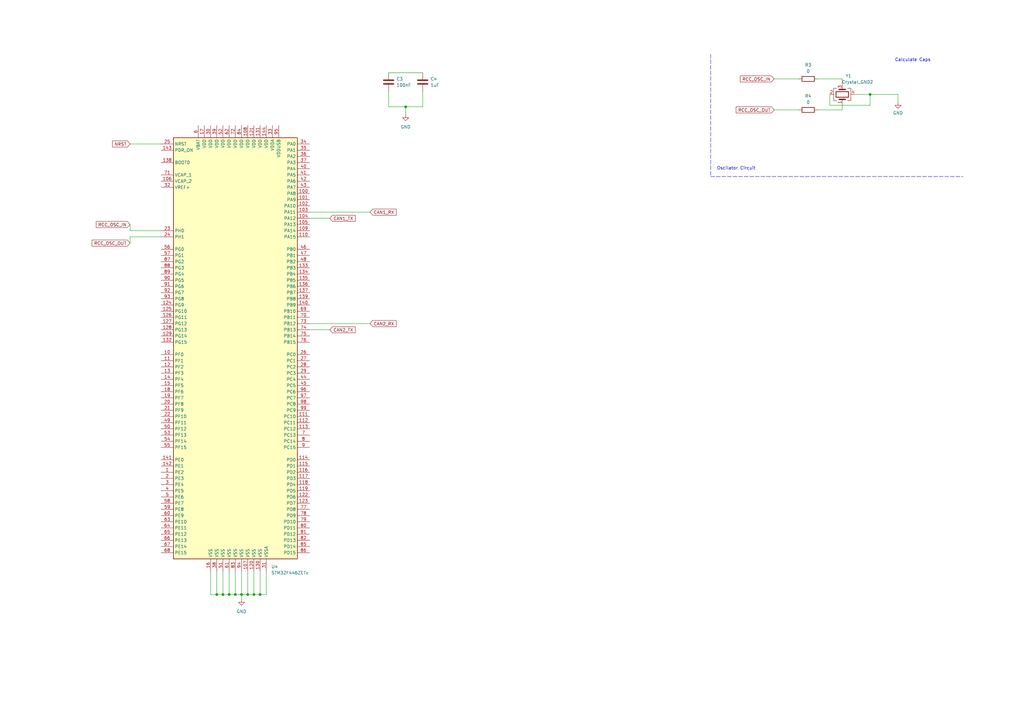
<source format=kicad_sch>
(kicad_sch (version 20211123) (generator eeschema)
  (paper "A3")
  (lib_symbols
    (symbol "Device:C" (pin_numbers hide) (pin_names (offset 0.254))
      (property "Reference" "C" (at 0.635 2.54 0))
      (property "Value" "C" (at 0.635 -2.54 0))
      (symbol "C_0_1"
        (polyline (pts (xy -2.032 -0.762) (xy 2.032 -0.762)) (stroke (width 0.508)))
        (polyline (pts (xy -2.032 0.762) (xy 2.032 0.762)) (stroke (width 0.508)))
      )
      (symbol "C_1_1"
        (pin passive line (at 0 3.81 270) (length 2.794) (name "~") (number "1"))
        (pin passive line (at 0 -3.81 90) (length 2.794) (name "~") (number "2"))
      )
    )
    (symbol "Device:Crystal_GND24" (pin_names (offset 1.016) hide)
      (property "Reference" "Y" (at 3.175 5.08 0))
      (property "Value" "Crystal_GND24" (at 3.175 3.175 0))
      (symbol "Crystal_GND24_0_1"
        (rectangle (start -1.143 2.54) (end 1.143 -2.54) (stroke (width 0.3048)))
        (polyline (pts (xy -2.54 0) (xy -2.032 0)))
        (polyline (pts (xy -2.032 -1.27) (xy -2.032 1.27)) (stroke (width 0.508)))
        (polyline (pts (xy 0 -3.81) (xy 0 -3.556)))
        (polyline (pts (xy 0 3.556) (xy 0 3.81)))
        (polyline (pts (xy 2.032 -1.27) (xy 2.032 1.27)) (stroke (width 0.508)))
        (polyline (pts (xy 2.032 0) (xy 2.54 0)))
        (polyline (pts (xy -2.54 -2.286) (xy -2.54 -3.556) (xy 2.54 -3.556) (xy 2.54 -2.286)))
        (polyline (pts (xy -2.54 2.286) (xy -2.54 3.556) (xy 2.54 3.556) (xy 2.54 2.286)))
      )
      (symbol "Crystal_GND24_1_1"
        (pin passive line (at -3.81 0 0) (length 1.27) (name "1") (number "1"))
        (pin passive line (at 0 5.08 270) (length 1.27) (name "2") (number "2"))
        (pin passive line (at 3.81 0 180) (length 1.27) (name "3") (number "3"))
        (pin passive line (at 0 -5.08 90) (length 1.27) (name "4") (number "4"))
      )
    )
    (symbol "Device:R" (pin_numbers hide) (pin_names (offset 0))
      (property "Reference" "R" (at 2.032 0 90))
      (property "Value" "R" (at 0 0 90))
      (symbol "R_0_1"
        (rectangle (start -1.016 -2.54) (end 1.016 2.54) (stroke (width 0.254)))
      )
      (symbol "R_1_1"
        (pin passive line (at 0 3.81 270) (length 1.27) (name "~") (number "1"))
        (pin passive line (at 0 -3.81 90) (length 1.27) (name "~") (number "2"))
      )
    )
    (symbol "MCU_ST_STM32F4:STM32F446ZETx"
      (property "Reference" "U" (at -25.4 87.63 0))
      (property "Value" "STM32F446ZETx" (at 20.32 87.63 0))
      (symbol "STM32F446ZETx_0_1"
        (rectangle (start -25.4 -86.36) (end 25.4 86.36) (stroke (width 0.254)) (fill (type background)))
      )
      (symbol "STM32F446ZETx_1_1"
        (pin bidirectional line (at -30.48 -50.8 0) (length 5.08) (name "PE2") (number "1"))
        (pin bidirectional line (at -30.48 -2.54 0) (length 5.08) (name "PF0") (number "10"))
        (pin bidirectional line (at 30.48 63.5 180) (length 5.08) (name "PA8") (number "100"))
        (pin bidirectional line (at 30.48 60.96 180) (length 5.08) (name "PA9") (number "101"))
        (pin bidirectional line (at 30.48 58.42 180) (length 5.08) (name "PA10") (number "102"))
        (pin bidirectional line (at 30.48 55.88 180) (length 5.08) (name "PA11") (number "103"))
        (pin bidirectional line (at 30.48 53.34 180) (length 5.08) (name "PA12") (number "104"))
        (pin bidirectional line (at 30.48 50.8 180) (length 5.08) (name "PA13") (number "105"))
        (pin power_in line (at -30.48 68.58 0) (length 5.08) (name "VCAP_2") (number "106"))
        (pin power_in line (at 5.08 -91.44 90) (length 5.08) (name "VSS") (number "107"))
        (pin power_in line (at 5.08 91.44 270) (length 5.08) (name "VDD") (number "108"))
        (pin bidirectional line (at 30.48 48.26 180) (length 5.08) (name "PA14") (number "109"))
        (pin bidirectional line (at -30.48 -5.08 0) (length 5.08) (name "PF1") (number "11"))
        (pin bidirectional line (at 30.48 45.72 180) (length 5.08) (name "PA15") (number "110"))
        (pin bidirectional line (at 30.48 -27.94 180) (length 5.08) (name "PC10") (number "111"))
        (pin bidirectional line (at 30.48 -30.48 180) (length 5.08) (name "PC11") (number "112"))
        (pin bidirectional line (at 30.48 -33.02 180) (length 5.08) (name "PC12") (number "113"))
        (pin bidirectional line (at 30.48 -45.72 180) (length 5.08) (name "PD0") (number "114"))
        (pin bidirectional line (at 30.48 -48.26 180) (length 5.08) (name "PD1") (number "115"))
        (pin bidirectional line (at 30.48 -50.8 180) (length 5.08) (name "PD2") (number "116"))
        (pin bidirectional line (at 30.48 -53.34 180) (length 5.08) (name "PD3") (number "117"))
        (pin bidirectional line (at 30.48 -55.88 180) (length 5.08) (name "PD4") (number "118"))
        (pin bidirectional line (at 30.48 -58.42 180) (length 5.08) (name "PD5") (number "119"))
        (pin bidirectional line (at -30.48 -7.62 0) (length 5.08) (name "PF2") (number "12"))
        (pin power_in line (at 7.62 -91.44 90) (length 5.08) (name "VSS") (number "120"))
        (pin power_in line (at 7.62 91.44 270) (length 5.08) (name "VDD") (number "121"))
        (pin bidirectional line (at 30.48 -60.96 180) (length 5.08) (name "PD6") (number "122"))
        (pin bidirectional line (at 30.48 -63.5 180) (length 5.08) (name "PD7") (number "123"))
        (pin bidirectional line (at -30.48 17.78 0) (length 5.08) (name "PG9") (number "124"))
        (pin bidirectional line (at -30.48 15.24 0) (length 5.08) (name "PG10") (number "125"))
        (pin bidirectional line (at -30.48 12.7 0) (length 5.08) (name "PG11") (number "126"))
        (pin bidirectional line (at -30.48 10.16 0) (length 5.08) (name "PG12") (number "127"))
        (pin bidirectional line (at -30.48 7.62 0) (length 5.08) (name "PG13") (number "128"))
        (pin bidirectional line (at -30.48 5.08 0) (length 5.08) (name "PG14") (number "129"))
        (pin bidirectional line (at -30.48 -10.16 0) (length 5.08) (name "PF3") (number "13"))
        (pin power_in line (at 10.16 -91.44 90) (length 5.08) (name "VSS") (number "130"))
        (pin power_in line (at 10.16 91.44 270) (length 5.08) (name "VDD") (number "131"))
        (pin bidirectional line (at -30.48 2.54 0) (length 5.08) (name "PG15") (number "132"))
        (pin bidirectional line (at 30.48 33.02 180) (length 5.08) (name "PB3") (number "133"))
        (pin bidirectional line (at 30.48 30.48 180) (length 5.08) (name "PB4") (number "134"))
        (pin bidirectional line (at 30.48 27.94 180) (length 5.08) (name "PB5") (number "135"))
        (pin bidirectional line (at 30.48 25.4 180) (length 5.08) (name "PB6") (number "136"))
        (pin bidirectional line (at 30.48 22.86 180) (length 5.08) (name "PB7") (number "137"))
        (pin input line (at -30.48 76.2 0) (length 5.08) (name "BOOT0") (number "138"))
        (pin bidirectional line (at 30.48 20.32 180) (length 5.08) (name "PB8") (number "139"))
        (pin bidirectional line (at -30.48 -12.7 0) (length 5.08) (name "PF4") (number "14"))
        (pin bidirectional line (at 30.48 17.78 180) (length 5.08) (name "PB9") (number "140"))
        (pin bidirectional line (at -30.48 -45.72 0) (length 5.08) (name "PE0") (number "141"))
        (pin bidirectional line (at -30.48 -48.26 0) (length 5.08) (name "PE1") (number "142"))
        (pin input line (at -30.48 81.28 0) (length 5.08) (name "PDR_ON") (number "143"))
        (pin power_in line (at 12.7 91.44 270) (length 5.08) (name "VDD") (number "144"))
        (pin bidirectional line (at -30.48 -15.24 0) (length 5.08) (name "PF5") (number "15"))
        (pin power_in line (at -10.16 -91.44 90) (length 5.08) (name "VSS") (number "16"))
        (pin power_in line (at -12.7 91.44 270) (length 5.08) (name "VDD") (number "17"))
        (pin bidirectional line (at -30.48 -17.78 0) (length 5.08) (name "PF6") (number "18"))
        (pin bidirectional line (at -30.48 -20.32 0) (length 5.08) (name "PF7") (number "19"))
        (pin bidirectional line (at -30.48 -53.34 0) (length 5.08) (name "PE3") (number "2"))
        (pin bidirectional line (at -30.48 -22.86 0) (length 5.08) (name "PF8") (number "20"))
        (pin bidirectional line (at -30.48 -25.4 0) (length 5.08) (name "PF9") (number "21"))
        (pin bidirectional line (at -30.48 -27.94 0) (length 5.08) (name "PF10") (number "22"))
        (pin input line (at -30.48 48.26 0) (length 5.08) (name "PH0") (number "23"))
        (pin input line (at -30.48 45.72 0) (length 5.08) (name "PH1") (number "24"))
        (pin input line (at -30.48 83.82 0) (length 5.08) (name "NRST") (number "25"))
        (pin bidirectional line (at 30.48 -2.54 180) (length 5.08) (name "PC0") (number "26"))
        (pin bidirectional line (at 30.48 -5.08 180) (length 5.08) (name "PC1") (number "27"))
        (pin bidirectional line (at 30.48 -7.62 180) (length 5.08) (name "PC2") (number "28"))
        (pin bidirectional line (at 30.48 -10.16 180) (length 5.08) (name "PC3") (number "29"))
        (pin bidirectional line (at -30.48 -55.88 0) (length 5.08) (name "PE4") (number "3"))
        (pin power_in line (at -10.16 91.44 270) (length 5.08) (name "VDD") (number "30"))
        (pin power_in line (at 12.7 -91.44 90) (length 5.08) (name "VSSA") (number "31"))
        (pin power_in line (at -30.48 66.04 0) (length 5.08) (name "VREF+") (number "32"))
        (pin power_in line (at 15.24 91.44 270) (length 5.08) (name "VDDA") (number "33"))
        (pin bidirectional line (at 30.48 83.82 180) (length 5.08) (name "PA0") (number "34"))
        (pin bidirectional line (at 30.48 81.28 180) (length 5.08) (name "PA1") (number "35"))
        (pin bidirectional line (at 30.48 78.74 180) (length 5.08) (name "PA2") (number "36"))
        (pin bidirectional line (at 30.48 76.2 180) (length 5.08) (name "PA3") (number "37"))
        (pin power_in line (at -7.62 -91.44 90) (length 5.08) (name "VSS") (number "38"))
        (pin power_in line (at -7.62 91.44 270) (length 5.08) (name "VDD") (number "39"))
        (pin bidirectional line (at -30.48 -58.42 0) (length 5.08) (name "PE5") (number "4"))
        (pin bidirectional line (at 30.48 73.66 180) (length 5.08) (name "PA4") (number "40"))
        (pin bidirectional line (at 30.48 71.12 180) (length 5.08) (name "PA5") (number "41"))
        (pin bidirectional line (at 30.48 68.58 180) (length 5.08) (name "PA6") (number "42"))
        (pin bidirectional line (at 30.48 66.04 180) (length 5.08) (name "PA7") (number "43"))
        (pin bidirectional line (at 30.48 -12.7 180) (length 5.08) (name "PC4") (number "44"))
        (pin bidirectional line (at 30.48 -15.24 180) (length 5.08) (name "PC5") (number "45"))
        (pin bidirectional line (at 30.48 40.64 180) (length 5.08) (name "PB0") (number "46"))
        (pin bidirectional line (at 30.48 38.1 180) (length 5.08) (name "PB1") (number "47"))
        (pin bidirectional line (at 30.48 35.56 180) (length 5.08) (name "PB2") (number "48"))
        (pin bidirectional line (at -30.48 -30.48 0) (length 5.08) (name "PF11") (number "49"))
        (pin bidirectional line (at -30.48 -60.96 0) (length 5.08) (name "PE6") (number "5"))
        (pin bidirectional line (at -30.48 -33.02 0) (length 5.08) (name "PF12") (number "50"))
        (pin power_in line (at -5.08 -91.44 90) (length 5.08) (name "VSS") (number "51"))
        (pin power_in line (at -5.08 91.44 270) (length 5.08) (name "VDD") (number "52"))
        (pin bidirectional line (at -30.48 -35.56 0) (length 5.08) (name "PF13") (number "53"))
        (pin bidirectional line (at -30.48 -38.1 0) (length 5.08) (name "PF14") (number "54"))
        (pin bidirectional line (at -30.48 -40.64 0) (length 5.08) (name "PF15") (number "55"))
        (pin bidirectional line (at -30.48 40.64 0) (length 5.08) (name "PG0") (number "56"))
        (pin bidirectional line (at -30.48 38.1 0) (length 5.08) (name "PG1") (number "57"))
        (pin bidirectional line (at -30.48 -63.5 0) (length 5.08) (name "PE7") (number "58"))
        (pin bidirectional line (at -30.48 -66.04 0) (length 5.08) (name "PE8") (number "59"))
        (pin power_in line (at -15.24 91.44 270) (length 5.08) (name "VBAT") (number "6"))
        (pin bidirectional line (at -30.48 -68.58 0) (length 5.08) (name "PE9") (number "60"))
        (pin power_in line (at -2.54 -91.44 90) (length 5.08) (name "VSS") (number "61"))
        (pin power_in line (at -2.54 91.44 270) (length 5.08) (name "VDD") (number "62"))
        (pin bidirectional line (at -30.48 -71.12 0) (length 5.08) (name "PE10") (number "63"))
        (pin bidirectional line (at -30.48 -73.66 0) (length 5.08) (name "PE11") (number "64"))
        (pin bidirectional line (at -30.48 -76.2 0) (length 5.08) (name "PE12") (number "65"))
        (pin bidirectional line (at -30.48 -78.74 0) (length 5.08) (name "PE13") (number "66"))
        (pin bidirectional line (at -30.48 -81.28 0) (length 5.08) (name "PE14") (number "67"))
        (pin bidirectional line (at -30.48 -83.82 0) (length 5.08) (name "PE15") (number "68"))
        (pin bidirectional line (at 30.48 15.24 180) (length 5.08) (name "PB10") (number "69"))
        (pin bidirectional line (at 30.48 -35.56 180) (length 5.08) (name "PC13") (number "7"))
        (pin bidirectional line (at 30.48 12.7 180) (length 5.08) (name "PB11") (number "70"))
        (pin power_in line (at -30.48 71.12 0) (length 5.08) (name "VCAP_1") (number "71"))
        (pin power_in line (at 0 91.44 270) (length 5.08) (name "VDD") (number "72"))
        (pin bidirectional line (at 30.48 10.16 180) (length 5.08) (name "PB12") (number "73"))
        (pin bidirectional line (at 30.48 7.62 180) (length 5.08) (name "PB13") (number "74"))
        (pin bidirectional line (at 30.48 5.08 180) (length 5.08) (name "PB14") (number "75"))
        (pin bidirectional line (at 30.48 2.54 180) (length 5.08) (name "PB15") (number "76"))
        (pin bidirectional line (at 30.48 -66.04 180) (length 5.08) (name "PD8") (number "77"))
        (pin bidirectional line (at 30.48 -68.58 180) (length 5.08) (name "PD9") (number "78"))
        (pin bidirectional line (at 30.48 -71.12 180) (length 5.08) (name "PD10") (number "79"))
        (pin bidirectional line (at 30.48 -38.1 180) (length 5.08) (name "PC14") (number "8"))
        (pin bidirectional line (at 30.48 -73.66 180) (length 5.08) (name "PD11") (number "80"))
        (pin bidirectional line (at 30.48 -76.2 180) (length 5.08) (name "PD12") (number "81"))
        (pin bidirectional line (at 30.48 -78.74 180) (length 5.08) (name "PD13") (number "82"))
        (pin power_in line (at 0 -91.44 90) (length 5.08) (name "VSS") (number "83"))
        (pin power_in line (at 2.54 91.44 270) (length 5.08) (name "VDD") (number "84"))
        (pin bidirectional line (at 30.48 -81.28 180) (length 5.08) (name "PD14") (number "85"))
        (pin bidirectional line (at 30.48 -83.82 180) (length 5.08) (name "PD15") (number "86"))
        (pin bidirectional line (at -30.48 35.56 0) (length 5.08) (name "PG2") (number "87"))
        (pin bidirectional line (at -30.48 33.02 0) (length 5.08) (name "PG3") (number "88"))
        (pin bidirectional line (at -30.48 30.48 0) (length 5.08) (name "PG4") (number "89"))
        (pin bidirectional line (at 30.48 -40.64 180) (length 5.08) (name "PC15") (number "9"))
        (pin bidirectional line (at -30.48 27.94 0) (length 5.08) (name "PG5") (number "90"))
        (pin bidirectional line (at -30.48 25.4 0) (length 5.08) (name "PG6") (number "91"))
        (pin bidirectional line (at -30.48 22.86 0) (length 5.08) (name "PG7") (number "92"))
        (pin bidirectional line (at -30.48 20.32 0) (length 5.08) (name "PG8") (number "93"))
        (pin power_in line (at 2.54 -91.44 90) (length 5.08) (name "VSS") (number "94"))
        (pin power_in line (at 17.78 91.44 270) (length 5.08) (name "VDDUSB") (number "95"))
        (pin bidirectional line (at 30.48 -17.78 180) (length 5.08) (name "PC6") (number "96"))
        (pin bidirectional line (at 30.48 -20.32 180) (length 5.08) (name "PC7") (number "97"))
        (pin bidirectional line (at 30.48 -22.86 180) (length 5.08) (name "PC8") (number "98"))
        (pin bidirectional line (at 30.48 -25.4 180) (length 5.08) (name "PC9") (number "99"))
      )
    )
    (symbol "power:GND" (power) (pin_names (offset 0))
      (property "Value" "GND" (at 0 -3.81 0))
      (symbol "GND_0_1"
        (polyline (pts (xy 0 0) (xy 0 -1.27) (xy 1.27 -1.27) (xy 0 -2.54) (xy -1.27 -1.27) (xy 0 -1.27)))
      )
      (symbol "GND_1_1"
        (pin power_in line (at 0 0 270) (length 0) hide (name "GND") (number "1"))
      )
    )
  )
  (junction (at 166.37 43.815))
  (junction (at 91.44 243.84))
  (junction (at 99.06 243.84))
  (junction (at 88.9 243.84))
  (junction (at 96.52 243.84))
  (junction (at 101.6 243.84))
  (junction (at 104.14 243.84))
  (junction (at 356.87 38.735))
  (junction (at 106.68 243.84))
  (junction (at 93.98 243.84))
  (wire (pts (xy 127 132.715) (xy 151.765 132.715)))
  (wire (pts (xy 106.68 243.84) (xy 104.14 243.84)))
  (wire (pts (xy 335.28 32.385) (xy 345.44 32.385)))
  (wire (pts (xy 173.355 29.845) (xy 159.385 29.845)))
  (wire (pts (xy 109.22 243.84) (xy 106.68 243.84)))
  (wire (pts (xy 159.385 43.815) (xy 166.37 43.815)))
  (wire (pts (xy 345.44 42.545) (xy 345.44 45.085)))
  (wire (pts (xy 99.06 234.315) (xy 99.06 243.84)))
  (polyline (pts (xy 291.465 72.39) (xy 394.97 72.39)))
  (wire (pts (xy 86.36 243.84) (xy 88.9 243.84)))
  (wire (pts (xy 101.6 234.315) (xy 101.6 243.84)))
  (wire (pts (xy 86.36 234.315) (xy 86.36 243.84)))
  (wire (pts (xy 104.14 234.315) (xy 104.14 243.84)))
  (wire (pts (xy 106.68 234.315) (xy 106.68 243.84)))
  (wire (pts (xy 109.22 234.315) (xy 109.22 243.84)))
  (wire (pts (xy 66.04 97.155) (xy 53.34 97.155)))
  (wire (pts (xy 356.87 43.18) (xy 356.87 38.735)))
  (wire (pts (xy 93.98 234.315) (xy 93.98 243.84)))
  (wire (pts (xy 53.34 94.615) (xy 66.04 94.615)))
  (wire (pts (xy 166.37 43.815) (xy 173.355 43.815)))
  (wire (pts (xy 350.52 38.735) (xy 356.87 38.735)))
  (wire (pts (xy 127 135.255) (xy 135.255 135.255)))
  (polyline (pts (xy 291.465 22.225) (xy 291.465 72.39)))
  (wire (pts (xy 88.9 243.84) (xy 91.44 243.84)))
  (wire (pts (xy 53.34 59.055) (xy 66.04 59.055)))
  (wire (pts (xy 166.37 43.815) (xy 166.37 46.99)))
  (wire (pts (xy 368.3 38.735) (xy 368.3 41.91)))
  (wire (pts (xy 345.44 32.385) (xy 345.44 34.925)))
  (wire (pts (xy 91.44 243.84) (xy 93.98 243.84)))
  (wire (pts (xy 356.87 38.735) (xy 368.3 38.735)))
  (wire (pts (xy 335.28 45.085) (xy 345.44 45.085)))
  (wire (pts (xy 96.52 234.315) (xy 96.52 243.84)))
  (wire (pts (xy 53.34 92.075) (xy 53.34 94.615)))
  (wire (pts (xy 340.36 38.735) (xy 340.36 43.18)))
  (wire (pts (xy 340.36 43.18) (xy 356.87 43.18)))
  (wire (pts (xy 91.44 234.315) (xy 91.44 243.84)))
  (wire (pts (xy 96.52 243.84) (xy 99.06 243.84)))
  (wire (pts (xy 317.5 32.385) (xy 327.66 32.385)))
  (wire (pts (xy 101.6 243.84) (xy 99.06 243.84)))
  (wire (pts (xy 317.5 45.085) (xy 327.66 45.085)))
  (wire (pts (xy 104.14 243.84) (xy 101.6 243.84)))
  (wire (pts (xy 173.355 37.465) (xy 173.355 43.815)))
  (wire (pts (xy 127 89.535) (xy 135.255 89.535)))
  (wire (pts (xy 159.385 37.465) (xy 159.385 43.815)))
  (wire (pts (xy 127 86.995) (xy 151.765 86.995)))
  (wire (pts (xy 99.06 245.745) (xy 99.06 243.84)))
  (wire (pts (xy 93.98 243.84) (xy 96.52 243.84)))
  (wire (pts (xy 88.9 234.315) (xy 88.9 243.84)))
  (wire (pts (xy 53.34 97.155) (xy 53.34 99.695)))
  (text "Calculate Caps" (at 367.03 25.4 0) (effects (font (size 1.27 1.27)) (justify left bottom)))
  (text "Oscilator Circuit" (at 294.005 69.85 0) (effects (font (size 1.27 1.27)) (justify left bottom)))
  (global_label "RCC_OSC_IN" (shape input) (at 53.34 92.075 180) (property "Intersheet References" "${INTERSHEET_REFS}" (effects hide)))
  (global_label "RCC_OSC_OUT" (shape input) (at 53.34 99.695 180) (property "Intersheet References" "${INTERSHEET_REFS}" (effects hide)))
  (global_label "NRST" (shape input) (at 53.34 59.055 180) (property "Intersheet References" "${INTERSHEET_REFS}" (effects hide)))
  (global_label "CAN2_TX" (shape input) (at 135.255 135.255 0) (property "Intersheet References" "${INTERSHEET_REFS}" (effects hide)))
  (global_label "RCC_OSC_IN" (shape input) (at 317.5 32.385 180) (property "Intersheet References" "${INTERSHEET_REFS}" (effects hide)))
  (global_label "CAN1_TX" (shape input) (at 135.255 89.535 0) (property "Intersheet References" "${INTERSHEET_REFS}" (effects hide)))
  (global_label "RCC_OSC_OUT" (shape input) (at 317.5 45.085 180) (property "Intersheet References" "${INTERSHEET_REFS}" (effects hide)))
  (global_label "CAN1_RX" (shape input) (at 151.765 86.995 0) (property "Intersheet References" "${INTERSHEET_REFS}" (effects hide)))
  (global_label "CAN2_RX" (shape input) (at 151.765 132.715 0) (property "Intersheet References" "${INTERSHEET_REFS}" (effects hide)))
  (symbol (lib_id "MCU_ST_STM32F4:STM32F446ZETx") (at 96.52 142.875 0) (unit 1)
    (property "Reference" "U4" (at 111.2394 232.41 0) (effects (justify left)))
    (property "Value" "STM32F446ZETx" (at 111.2394 234.95 0) (effects (justify left)))
    (property "Footprint" "Package_QFP:LQFP-144_20x20mm_P0.5mm" (effects hide))
    (property "Datasheet" "http://www.st.com/st-web-ui/static/active/en/resource/technical/document/datasheet/DM00141306.pdf" (effects hide))
  )
  (symbol (lib_id "power:GND") (at 99.06 245.745 0) (unit 1)
    (property "Reference" "#PWR014" (effects hide))
    (property "Value" "GND" (at 99.06 250.825 0))
  )
  (symbol (lib_id "Device:R") (at 331.47 45.085 90) (unit 1)
    (property "Reference" "R4" (at 331.47 39.37 90))
    (property "Value" "0" (at 331.47 41.91 90))
  )
  (symbol (lib_id "power:GND") (at 368.3 41.91 0) (unit 1)
    (property "Reference" "#PWR0101" (effects hide))
    (property "Value" "GND" (at 368.3 46.355 0))
  )
  (symbol (lib_id "power:GND") (at 166.37 46.99 0) (unit 1)
    (property "Reference" "#PWR020" (effects hide))
    (property "Value" "GND" (at 166.37 52.07 0))
  )
  (symbol (lib_id "Device:Crystal_GND24") (at 345.44 38.735 90) (unit 1)
    (property "Reference" "Y1" (at 349.25 31.115 90) (effects (justify left)))
    (property "Value" "Crystal_GND2" (at 358.14 33.655 90) (effects (justify left)))
    (property "Footprint" "Crystal:Crystal_SMD_7050-4Pin_7.0x5.0mm" (effects hide))
  )
  (symbol (lib_id "Device:C") (at 173.355 33.655 0) (unit 1)
    (property "Reference" "C4" (at 176.53 32.3849 0) (effects (justify left)))
    (property "Value" "1uF" (at 176.53 34.9249 0) (effects (justify left)))
  )
  (symbol (lib_id "Device:R") (at 331.47 32.385 90) (unit 1)
    (property "Reference" "R3" (at 331.47 26.67 90))
    (property "Value" "0" (at 331.47 29.21 90))
  )
  (symbol (lib_id "Device:C") (at 159.385 33.655 0) (unit 1)
    (property "Reference" "C3" (at 162.56 32.3849 0) (effects (justify left)))
    (property "Value" "100nF" (at 162.56 34.9249 0) (effects (justify left)))
  )
)
</source>
